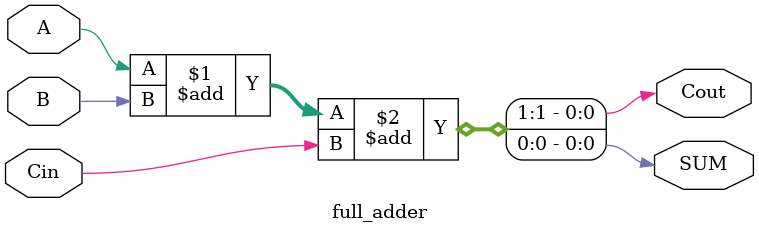
<source format=v>
`timescale 1ns / 1ps


module full_adder(
    input A, B, Cin,
    output Cout,
    output SUM
    );
    
assign {Cout, SUM} = A + B + Cin;

endmodule

</source>
